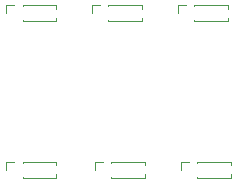
<source format=gbr>
%TF.GenerationSoftware,KiCad,Pcbnew,9.0.0*%
%TF.CreationDate,2025-03-29T16:04:54-07:00*%
%TF.ProjectId,SignalHead3,5369676e-616c-4486-9561-64332e6b6963,n/c*%
%TF.SameCoordinates,Original*%
%TF.FileFunction,Legend,Bot*%
%TF.FilePolarity,Positive*%
%FSLAX46Y46*%
G04 Gerber Fmt 4.6, Leading zero omitted, Abs format (unit mm)*
G04 Created by KiCad (PCBNEW 9.0.0) date 2025-03-29 16:04:54*
%MOMM*%
%LPD*%
G01*
G04 APERTURE LIST*
%ADD10C,0.120000*%
G04 APERTURE END LIST*
D10*
%TO.C,J1*%
X142565000Y-127805000D02*
X142565000Y-128500000D01*
X143250000Y-127805000D02*
X142565000Y-127805000D01*
X143935000Y-127805000D02*
X143935000Y-127891724D01*
X143935000Y-127805000D02*
X146810000Y-127805000D01*
X143935000Y-129108276D02*
X143935000Y-129195000D01*
X143935000Y-129195000D02*
X146810000Y-129195000D01*
X146810000Y-127805000D02*
X146810000Y-128105507D01*
X146810000Y-128894493D02*
X146810000Y-129195000D01*
X135315000Y-127805000D02*
X135315000Y-128500000D01*
X136000000Y-127805000D02*
X135315000Y-127805000D01*
X136685000Y-127805000D02*
X136685000Y-127891724D01*
X136685000Y-127805000D02*
X139560000Y-127805000D01*
X136685000Y-129108276D02*
X136685000Y-129195000D01*
X136685000Y-129195000D02*
X139560000Y-129195000D01*
X139560000Y-127805000D02*
X139560000Y-128105507D01*
X139560000Y-128894493D02*
X139560000Y-129195000D01*
X127815000Y-127805000D02*
X127815000Y-128500000D01*
X128500000Y-127805000D02*
X127815000Y-127805000D01*
X129185000Y-127805000D02*
X129185000Y-127891724D01*
X129185000Y-127805000D02*
X132060000Y-127805000D01*
X129185000Y-129108276D02*
X129185000Y-129195000D01*
X129185000Y-129195000D02*
X132060000Y-129195000D01*
X132060000Y-127805000D02*
X132060000Y-128105507D01*
X132060000Y-128894493D02*
X132060000Y-129195000D01*
X142315000Y-114555000D02*
X142315000Y-115250000D01*
X143000000Y-114555000D02*
X142315000Y-114555000D01*
X143685000Y-114555000D02*
X143685000Y-114641724D01*
X143685000Y-114555000D02*
X146560000Y-114555000D01*
X143685000Y-115858276D02*
X143685000Y-115945000D01*
X143685000Y-115945000D02*
X146560000Y-115945000D01*
X146560000Y-114555000D02*
X146560000Y-114855507D01*
X146560000Y-115644493D02*
X146560000Y-115945000D01*
X135065000Y-114555000D02*
X135065000Y-115250000D01*
X135750000Y-114555000D02*
X135065000Y-114555000D01*
X136435000Y-114555000D02*
X136435000Y-114641724D01*
X136435000Y-114555000D02*
X139310000Y-114555000D01*
X136435000Y-115858276D02*
X136435000Y-115945000D01*
X136435000Y-115945000D02*
X139310000Y-115945000D01*
X139310000Y-114555000D02*
X139310000Y-114855507D01*
X139310000Y-115644493D02*
X139310000Y-115945000D01*
X127815000Y-114555000D02*
X127815000Y-115250000D01*
X128500000Y-114555000D02*
X127815000Y-114555000D01*
X129185000Y-114555000D02*
X129185000Y-114641724D01*
X129185000Y-114555000D02*
X132060000Y-114555000D01*
X129185000Y-115858276D02*
X129185000Y-115945000D01*
X129185000Y-115945000D02*
X132060000Y-115945000D01*
X132060000Y-114555000D02*
X132060000Y-114855507D01*
X132060000Y-115644493D02*
X132060000Y-115945000D01*
%TD*%
M02*

</source>
